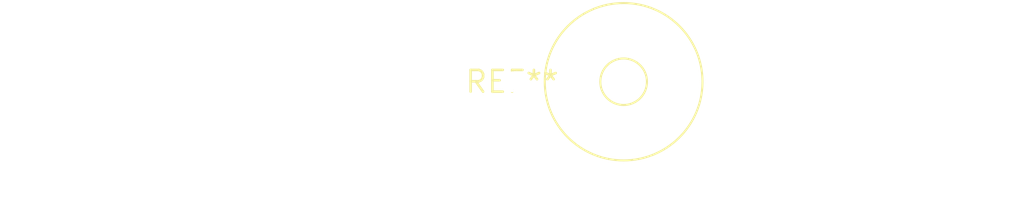
<source format=kicad_pcb>
(kicad_pcb (version 20240108) (generator pcbnew)
  (layers (0 "F.Cu" signal) (31 "B.Cu" signal) (34 "B.Paste" user) (35 "F.Paste" user) (36 "B.SilkS" user "B.Silkscreen") (37 "F.SilkS" user "F.Silkscreen") (38 "B.Mask" user) (39 "F.Mask" user) (44 "Edge.Cuts" user))
  (net 0 "")
  (footprint "Autotransformer_Toroid_1Tap_Horizontal_D9.0mm_Amidon-T30" (layer "F.Cu") (at 0 0)
    (property "Reference" "REF**")
    (property "Value" "Autotransformer_Toroid_1Tap_Horizontal_D9.0mm_Amidon-T30")
    (fp_circle (center 6.5 0) (end 7.6 0.8) (layer "F.SilkS") (stroke (width 0.12)) (fill none))
    (fp_circle (center 6.5 0) (end 9.8 3.2) (layer "F.SilkS") (stroke (width 0.12)) (fill none))
    (pad "1" thru_hole circle (at 0 0) (size 3 3) (drill 1.2) (layers *.Cu *.Mask) (remove_unused_layers))
    (pad "2" thru_hole circle (at 6.5 6.5) (size 3 3) (drill 1.2) (layers *.Cu *.Mask) (remove_unused_layers))
    (pad "3" thru_hole circle (at 13 0) (size 3 3) (drill 1.2) (layers *.Cu *.Mask) (remove_unused_layers))
  )
)
</source>
